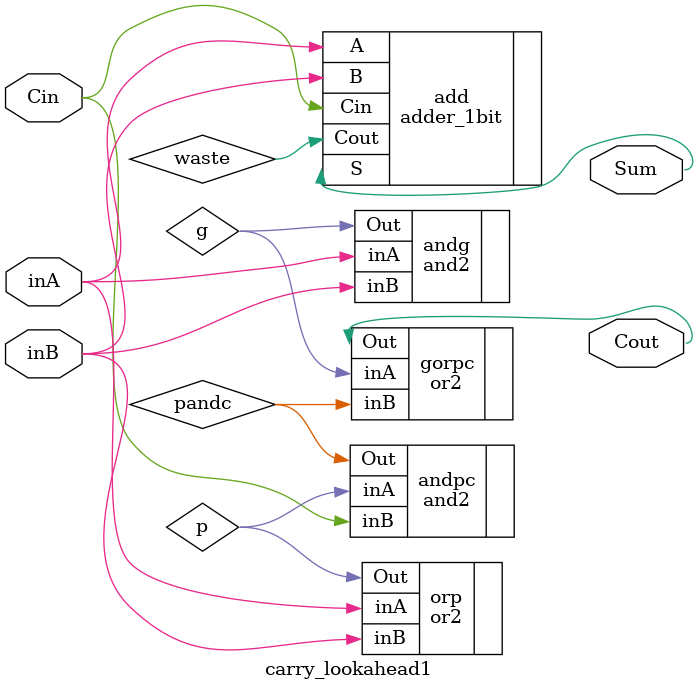
<source format=v>
module carry_lookahead1(inA, inB, Cin, Cout, Sum);
    input inA, inB, Cin;
    output Cout, Sum;
    
    wire p, g, pandc, waste;
    and2 andg(.inA(inA), .inB(inB), .Out(g));
    or2 orp(.inA(inA), .inB(inB), .Out(p));
    and2 andpc(.inA(p), .inB(Cin), .Out(pandc));
    or2 gorpc(.inA(g), .inB(pandc), .Out(Cout));
    
    adder_1bit add(.A(inA), .B(inB), .Cin(Cin), .S(Sum), .Cout(waste));
    
endmodule

</source>
